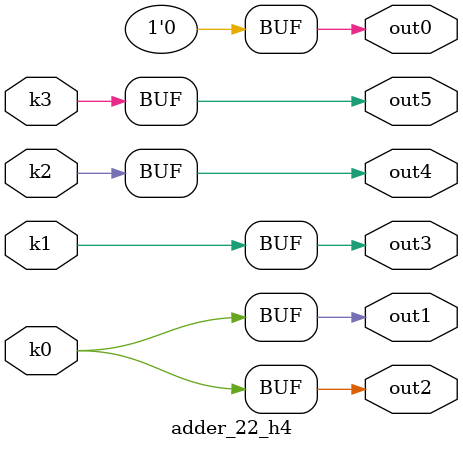
<source format=v>
module adder_22(pi00, pi01, pi02, pi03, pi04, pi05, pi06, pi07, pi08, pi09, pi10, pi11, po0, po1, po2, po3, po4, po5);
input pi00, pi01, pi02, pi03, pi04, pi05, pi06, pi07, pi08, pi09, pi10, pi11;
output po0, po1, po2, po3, po4, po5;
wire k0, k1, k2, k3;
adder_22_w4 DUT1 (pi00, pi01, pi02, pi03, pi04, pi05, pi06, pi07, pi08, pi09, pi10, pi11, k0, k1, k2, k3);
adder_22_h4 DUT2 (k0, k1, k2, k3, po0, po1, po2, po3, po4, po5);
endmodule

module adder_22_w4(in11, in10, in9, in8, in7, in6, in5, in4, in3, in2, in1, in0, k3, k2, k1, k0);
input in11, in10, in9, in8, in7, in6, in5, in4, in3, in2, in1, in0;
output k3, k2, k1, k0;
assign k0 =   ((~in8 ^ in3) & (((~in9 | ~in4) & (((~in11 | ~in6) & ((in1 & ~in10) | (~in0 & ~in5))) | (~in11 & ~in6 & (~in10 | ~in5)) | (~in10 & ~in5))) | (~in9 & ~in4))) | ((in8 ^ in3) & ((in9 & in4) | ((in9 | in4) & (((in11 | in6) & ((in0 & in10) | (~in1 & in5))) | (in10 & in5) | (in11 & in6 & (in10 | in5))))));
assign k1 =   ((~in9 ^ in4) & (((~in11 | ~in6) & ((in1 & ~in10) | (~in0 & ~in5))) | (~in11 & ~in6 & (~in10 | ~in5)) | (~in10 & ~in5))) | ((in9 ^ in4) & (((in11 | in6) & ((in0 & in10) | (~in1 & in5))) | (in10 & in5) | (in11 & in6 & (in10 | in5))));
assign k2 =   ((~in11 | ~in6) & ((in1 & in10 & in5) | (~in0 & ~in10 & ~in5))) | ((in11 | in6) & ((~in1 & ~in10 & in5) | (in0 & in10 & ~in5))) | (in11 & in6 & (in10 ^ in5)) | (~in11 & ~in6 & (~in10 ^ in5));
assign k3 =   (in0 & (in11 ^ in6)) | (in1 & (~in11 ^ in6));
endmodule

module adder_22_h4(k3, k2, k1, k0, out5, out4, out3, out2, out1, out0);
input k3, k2, k1, k0;
output out5, out4, out3, out2, out1, out0;
assign out0 = 0;
assign out1 = k0;
assign out2 = k0;
assign out3 = k1;
assign out4 = k2;
assign out5 = k3;
endmodule

</source>
